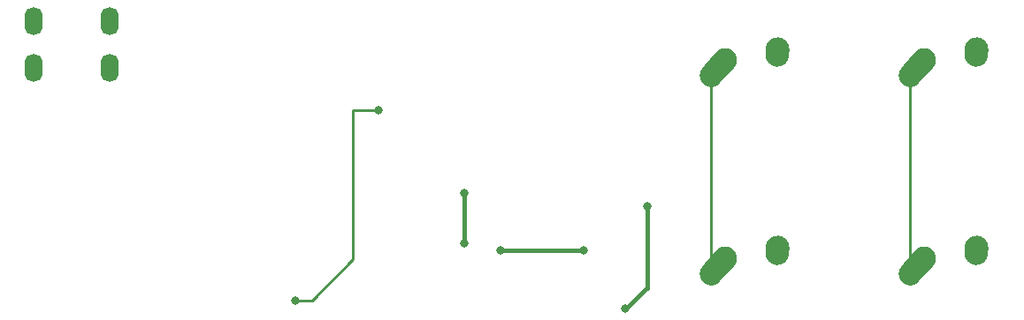
<source format=gtl>
%TF.GenerationSoftware,KiCad,Pcbnew,(5.1.10)-1*%
%TF.CreationDate,2021-05-12T23:01:37-04:00*%
%TF.ProjectId,SwagPad,53776167-5061-4642-9e6b-696361645f70,rev?*%
%TF.SameCoordinates,Original*%
%TF.FileFunction,Copper,L1,Top*%
%TF.FilePolarity,Positive*%
%FSLAX46Y46*%
G04 Gerber Fmt 4.6, Leading zero omitted, Abs format (unit mm)*
G04 Created by KiCad (PCBNEW (5.1.10)-1) date 2021-05-12 23:01:37*
%MOMM*%
%LPD*%
G01*
G04 APERTURE LIST*
%TA.AperFunction,ComponentPad*%
%ADD10O,1.700000X2.700000*%
%TD*%
%TA.AperFunction,ComponentPad*%
%ADD11C,2.250000*%
%TD*%
%TA.AperFunction,ViaPad*%
%ADD12C,0.800000*%
%TD*%
%TA.AperFunction,Conductor*%
%ADD13C,0.381000*%
%TD*%
%TA.AperFunction,Conductor*%
%ADD14C,0.254000*%
%TD*%
G04 APERTURE END LIST*
D10*
%TO.P,USB1,6*%
%TO.N,Net-(USB1-Pad6)*%
X67787500Y-81153000D03*
X75087500Y-81153000D03*
X75087500Y-85653000D03*
X67787500Y-85653000D03*
%TD*%
D11*
%TO.P,MX4,1*%
%TO.N,COL1*%
X153075000Y-103950000D03*
%TA.AperFunction,ComponentPad*%
G36*
G01*
X151013688Y-106247350D02*
X151013683Y-106247345D01*
G75*
G02*
X150927655Y-104658683I751317J837345D01*
G01*
X152237657Y-103198683D01*
G75*
G02*
X153826319Y-103112655I837345J-751317D01*
G01*
X153826319Y-103112655D01*
G75*
G02*
X153912347Y-104701317I-751317J-837345D01*
G01*
X152602345Y-106161317D01*
G75*
G02*
X151013683Y-106247345I-837345J751317D01*
G01*
G37*
%TD.AperFunction*%
%TO.P,MX4,2*%
%TO.N,Net-(D4-Pad2)*%
X158115000Y-102870000D03*
%TA.AperFunction,ComponentPad*%
G36*
G01*
X157998483Y-104572395D02*
X157997597Y-104572334D01*
G75*
G02*
X156952666Y-103372597I77403J1122334D01*
G01*
X156992666Y-102792597D01*
G75*
G02*
X158192403Y-101747666I1122334J-77403D01*
G01*
X158192403Y-101747666D01*
G75*
G02*
X159237334Y-102947403I-77403J-1122334D01*
G01*
X159197334Y-103527403D01*
G75*
G02*
X157997597Y-104572334I-1122334J77403D01*
G01*
G37*
%TD.AperFunction*%
%TD*%
%TO.P,MX3,2*%
%TO.N,Net-(D3-Pad2)*%
%TA.AperFunction,ComponentPad*%
G36*
G01*
X157998483Y-85522395D02*
X157997597Y-85522334D01*
G75*
G02*
X156952666Y-84322597I77403J1122334D01*
G01*
X156992666Y-83742597D01*
G75*
G02*
X158192403Y-82697666I1122334J-77403D01*
G01*
X158192403Y-82697666D01*
G75*
G02*
X159237334Y-83897403I-77403J-1122334D01*
G01*
X159197334Y-84477403D01*
G75*
G02*
X157997597Y-85522334I-1122334J77403D01*
G01*
G37*
%TD.AperFunction*%
X158115000Y-83820000D03*
%TO.P,MX3,1*%
%TO.N,COL1*%
%TA.AperFunction,ComponentPad*%
G36*
G01*
X151013688Y-87197350D02*
X151013683Y-87197345D01*
G75*
G02*
X150927655Y-85608683I751317J837345D01*
G01*
X152237657Y-84148683D01*
G75*
G02*
X153826319Y-84062655I837345J-751317D01*
G01*
X153826319Y-84062655D01*
G75*
G02*
X153912347Y-85651317I-751317J-837345D01*
G01*
X152602345Y-87111317D01*
G75*
G02*
X151013683Y-87197345I-837345J751317D01*
G01*
G37*
%TD.AperFunction*%
X153075000Y-84900000D03*
%TD*%
%TO.P,MX2,1*%
%TO.N,COL0*%
X134025000Y-103950000D03*
%TA.AperFunction,ComponentPad*%
G36*
G01*
X131963688Y-106247350D02*
X131963683Y-106247345D01*
G75*
G02*
X131877655Y-104658683I751317J837345D01*
G01*
X133187657Y-103198683D01*
G75*
G02*
X134776319Y-103112655I837345J-751317D01*
G01*
X134776319Y-103112655D01*
G75*
G02*
X134862347Y-104701317I-751317J-837345D01*
G01*
X133552345Y-106161317D01*
G75*
G02*
X131963683Y-106247345I-837345J751317D01*
G01*
G37*
%TD.AperFunction*%
%TO.P,MX2,2*%
%TO.N,Net-(D2-Pad2)*%
X139065000Y-102870000D03*
%TA.AperFunction,ComponentPad*%
G36*
G01*
X138948483Y-104572395D02*
X138947597Y-104572334D01*
G75*
G02*
X137902666Y-103372597I77403J1122334D01*
G01*
X137942666Y-102792597D01*
G75*
G02*
X139142403Y-101747666I1122334J-77403D01*
G01*
X139142403Y-101747666D01*
G75*
G02*
X140187334Y-102947403I-77403J-1122334D01*
G01*
X140147334Y-103527403D01*
G75*
G02*
X138947597Y-104572334I-1122334J77403D01*
G01*
G37*
%TD.AperFunction*%
%TD*%
%TO.P,MX1,2*%
%TO.N,Net-(D1-Pad2)*%
%TA.AperFunction,ComponentPad*%
G36*
G01*
X138948483Y-85522395D02*
X138947597Y-85522334D01*
G75*
G02*
X137902666Y-84322597I77403J1122334D01*
G01*
X137942666Y-83742597D01*
G75*
G02*
X139142403Y-82697666I1122334J-77403D01*
G01*
X139142403Y-82697666D01*
G75*
G02*
X140187334Y-83897403I-77403J-1122334D01*
G01*
X140147334Y-84477403D01*
G75*
G02*
X138947597Y-85522334I-1122334J77403D01*
G01*
G37*
%TD.AperFunction*%
X139065000Y-83820000D03*
%TO.P,MX1,1*%
%TO.N,COL0*%
%TA.AperFunction,ComponentPad*%
G36*
G01*
X131963688Y-87197350D02*
X131963683Y-87197345D01*
G75*
G02*
X131877655Y-85608683I751317J837345D01*
G01*
X133187657Y-84148683D01*
G75*
G02*
X134776319Y-84062655I837345J-751317D01*
G01*
X134776319Y-84062655D01*
G75*
G02*
X134862347Y-85651317I-751317J-837345D01*
G01*
X133552345Y-87111317D01*
G75*
G02*
X131963683Y-87197345I-837345J751317D01*
G01*
G37*
%TD.AperFunction*%
X134025000Y-84900000D03*
%TD*%
D12*
%TO.N,+5V*%
X126619000Y-98933000D03*
X124460000Y-108712000D03*
X109093000Y-97663000D03*
X109093000Y-102489000D03*
X112518780Y-103174477D03*
X120523000Y-103124000D03*
%TO.N,COL0*%
X132715000Y-105410000D03*
%TO.N,COL1*%
X151765000Y-105410000D03*
%TO.N,Net-(R3-Pad2)*%
X100806250Y-89693750D03*
X92868750Y-107950000D03*
%TD*%
D13*
%TO.N,+5V*%
X126619000Y-98933000D02*
X126619000Y-106807000D01*
X126619000Y-106807000D02*
X126492000Y-106807000D01*
X124587000Y-108712000D02*
X124460000Y-108712000D01*
X126492000Y-106807000D02*
X124587000Y-108712000D01*
X109093000Y-97663000D02*
X109093000Y-102489000D01*
X120472523Y-103174477D02*
X120523000Y-103124000D01*
X112518780Y-103174477D02*
X120472523Y-103174477D01*
D14*
%TO.N,COL0*%
X132715000Y-86360000D02*
X132715000Y-105410000D01*
%TO.N,COL1*%
X151765000Y-86360000D02*
X151765000Y-105410000D01*
%TO.N,Net-(R3-Pad2)*%
X98425000Y-89693750D02*
X100806250Y-89693750D01*
X98425000Y-103981250D02*
X98425000Y-89693750D01*
X94456250Y-107950000D02*
X98425000Y-103981250D01*
X92868750Y-107950000D02*
X94456250Y-107950000D01*
%TD*%
M02*

</source>
